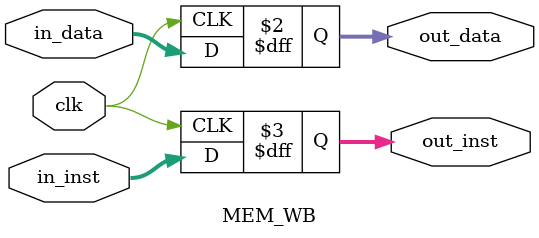
<source format=v>
`define DW  32
`define IW  32
`timescale 1ps/1ps
module MEM_WB (
	input wire 			clk,	
	input wire [`DW-1:0] 	in_data,		
	input wire [`IW-1:0] in_inst,
	output reg [`DW-1:0] 	out_data,
	output reg [`IW-1:0] out_inst
);

	always @(posedge clk) begin
		out_data <= #7 in_data;
		out_inst <= #7 in_inst;
	end


endmodule
</source>
